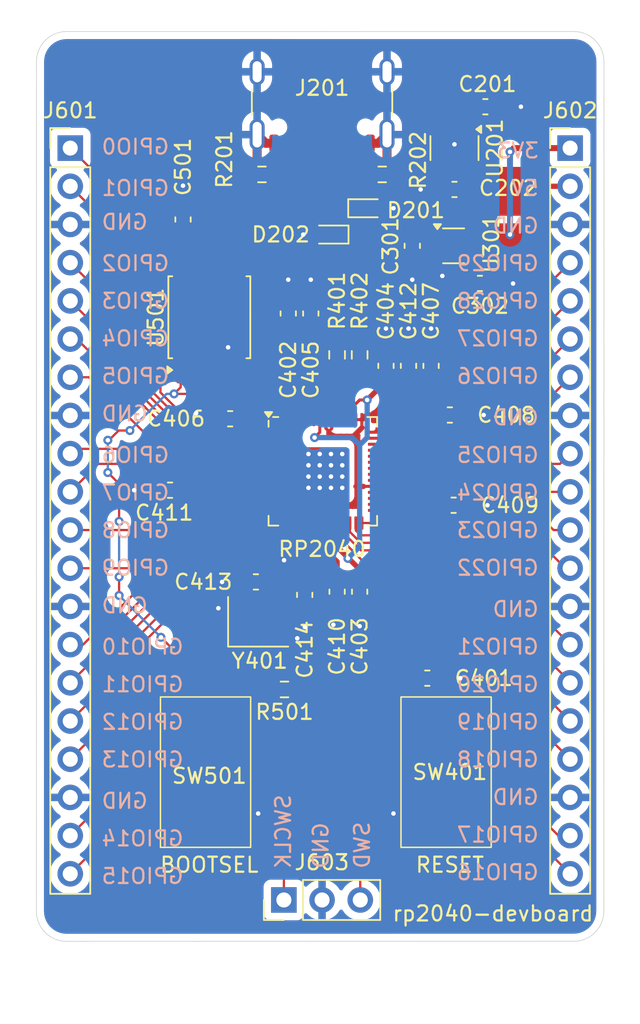
<source format=kicad_pcb>
(kicad_pcb (version 20240108) (generator "pcbnew") (generator_version "8.0")
  (title_block (title "rp2040-devboard") (rev "a"))
  (layers (0 "F.Cu" signal) (31 "B.Cu" signal) (34 "B.Paste" user) (35 "F.Paste" user) (36 "B.SilkS" user "B.Silkscreen") (37 "F.SilkS" user "F.Silkscreen") (38 "B.Mask" user) (39 "F.Mask" user) (44 "Edge.Cuts" user))
  (net 0 "")
  (net 1 "+5V")
  (net 2 "GND")
  (net 3 "+3V3")
  (net 4 "/rp2040/RUN")
  (net 5 "+1V1")
  (net 6 "/rp2040/XIN")
  (net 7 "/rp2040/XOUT")
  (net 8 "VBUS")
  (net 9 "Net-(J201-CC1)")
  (net 11 "Net-(J201-CC2)")
  (net 13 "/IO/GPIO4")
  (net 14 "/IO/GPIO8")
  (net 15 "/IO/GPIO9")
  (net 16 "/IO/GPIO13")
  (net 17 "/IO/GPIO6")
  (net 18 "/IO/GPIO11")
  (net 19 "/IO/GPIO7")
  (net 20 "/IO/GPIO5")
  (net 21 "/IO/GPIO1")
  (net 22 "/IO/GPIO12")
  (net 23 "/IO/GPIO3")
  (net 24 "/IO/GPIO14")
  (net 25 "/IO/GPIO10")
  (net 26 "/IO/GPIO0")
  (net 27 "/IO/GPIO2")
  (net 28 "/IO/GPIO15")
  (net 29 "/IO/GPIO28_ADC2")
  (net 30 "/IO/GPIO25")
  (net 31 "/IO/GPIO22")
  (net 32 "/IO/GPIO16")
  (net 33 "/IO/GPIO29_ADC3")
  (net 34 "/IO/GPIO23")
  (net 35 "/IO/GPIO26_ADC0")
  (net 36 "/IO/GPIO19")
  (net 37 "/IO/GPIO21")
  (net 38 "/IO/GPIO27_ADC1")
  (net 39 "/IO/GPIO24")
  (net 40 "/IO/GPIO18")
  (net 41 "/IO/GPIO17")
  (net 42 "/IO/GPIO20")
  (net 43 "/IO/SWD")
  (net 44 "/IO/SWCLK")
  (net 45 "/Flash/QSPI_SS")
  (net 47 "/Flash/QSPI_SD3")
  (net 48 "/Flash/QSPI_SD0")
  (net 49 "/Flash/QSPI_SD1")
  (net 50 "/Flash/QSPI_SD2")
  (net 51 "/Flash/QSPI_SCLK")
  (net 53 "/USB/USB_D-")
  (net 54 "/USB/USB_D+")
  (net 55 "/rp2040/USB_TERM_D+")
  (net 56 "/rp2040/USB_TERM_D-")
  (footprint "Capacitor_SMD:C_0603_1608Metric_Pad1.08x0.95mm_HandSolder" (layer "F.Cu") (at 148.75 59 90)
    (property "Reference" "C501")
    (property "Value" "100n")
  )
  (footprint "Diode_SMD:D_SOD-523" (layer "F.Cu") (at 158.5 60 180)
    (property "Reference" "D202")
    (property "Value" "ESD321")
  )
  (footprint "Capacitor_SMD:C_0603_1608Metric_Pad1.08x0.95mm_HandSolder" (layer "F.Cu") (at 166.75 78)
    (property "Reference" "C409")
    (property "Value" "100n")
  )
  (footprint "Capacitor_SMD:C_0603_1608Metric_Pad1.08x0.95mm_HandSolder" (layer "F.Cu") (at 155.75 65.25 90)
    (property "Reference" "C402")
    (property "Value" "100n")
  )
  (footprint "Capacitor_SMD:C_0603_1608Metric_Pad1.08x0.95mm_HandSolder" (layer "F.Cu") (at 159 83.75 -90)
    (property "Reference" "C410")
    (property "Value" "100n")
  )
  (footprint "Capacitor_SMD:C_0603_1608Metric_Pad1.08x0.95mm_HandSolder" (layer "F.Cu") (at 165.25 68.731774 90)
    (property "Reference" "C407")
    (property "Value" "100n")
  )
  (footprint "Package_DFN_QFN:QFN-56-1EP_7x7mm_P0.4mm_EP3.2x3.2mm" (layer "F.Cu") (at 158.05 75.74375)
    (property "Reference" "U401" (hide yes))
    (property "Value" "RP2040")
  )
  (footprint "Capacitor_SMD:C_0603_1608Metric_Pad1.08x0.95mm_HandSolder" (layer "F.Cu") (at 162.25 68.73125 90)
    (property "Reference" "C404")
    (property "Value" "1u")
  )
  (footprint "Capacitor_SMD:C_0603_1608Metric_Pad1.08x0.95mm_HandSolder" (layer "F.Cu") (at 156.84375 83.9625 90)
    (property "Reference" "C414")
    (property "Value" "15p")
  )
  (footprint "Resistor_SMD:R_0603_1608Metric_Pad0.98x0.95mm_HandSolder" (layer "F.Cu") (at 159 68 -90)
    (property "Reference" "R401")
    (property "Value" "27R")
  )
  (footprint "Capacitor_SMD:C_0603_1608Metric_Pad1.08x0.95mm_HandSolder" (layer "F.Cu") (at 157.25 65.25 90)
    (property "Reference" "C405")
    (property "Value" "100n")
  )
  (footprint "Resistor_SMD:R_0603_1608Metric_Pad0.98x0.95mm_HandSolder" (layer "F.Cu") (at 154 56 180)
    (property "Reference" "R201")
    (property "Value" "5.1k 10%")
  )
  (footprint "Capacitor_SMD:C_0603_1608Metric_Pad1.08x0.95mm_HandSolder" (layer "F.Cu") (at 165 89.5 180)
    (property "Reference" "C401")
    (property "Value" "1u")
  )
  (footprint "Capacitor_SMD:C_0603_1608Metric_Pad1.08x0.95mm_HandSolder" (layer "F.Cu") (at 147.8875 77 180)
    (property "Reference" "C411")
    (property "Value" "100n")
  )
  (footprint "Capacitor_SMD:C_0603_1608Metric_Pad1.08x0.95mm_HandSolder" (layer "F.Cu") (at 163.75 68.729682 90)
    (property "Reference" "C412")
    (property "Value" "1u")
  )
  (footprint "Package_SO:SOIC-8_5.23x5.23mm_P1.27mm" (layer "F.Cu") (at 150.5 65.5 90)
    (property "Reference" "U501")
    (property "Value" "W25Q128JVS")
  )
  (footprint "Capacitor_SMD:C_0603_1608Metric_Pad1.08x0.95mm_HandSolder" (layer "F.Cu") (at 168.5 63.25)
    (property "Reference" "C302")
    (property "Value" "1u")
  )
  (footprint "Capacitor_SMD:C_0603_1608Metric_Pad1.08x0.95mm_HandSolder" (layer "F.Cu") (at 164 60.75 -90)
    (property "Reference" "C301")
    (property "Value" "1u")
  )
  (footprint "Connector_PinHeader_2.54mm:PinHeader_1x20_P2.54mm_Vertical" (layer "F.Cu") (at 141.25 54.25)
    (property "Reference" "J601")
    (property "Value" "Conn_01x20")
  )
  (footprint "Capacitor_SMD:C_0603_1608Metric_Pad1.08x0.95mm_HandSolder" (layer "F.Cu") (at 166.80625 57 180)
    (property "Reference" "C202")
    (property "Value" "1u")
  )
  (footprint "rp2040-devboard:SW_SPST_EVPBV" (layer "F.Cu") (at 166.25 95.75 90)
    (property "Reference" "SW401")
    (property "Value" "SW_Push")
  )
  (footprint "Crystal:Crystal_SMD_3225-4Pin_3.2x2.5mm" (layer "F.Cu") (at 153.75 85.75)
    (property "Reference" "Y401")
    (property "Value" "ABM8-272-T3")
  )
  (footprint "Connector_PinHeader_2.54mm:PinHeader_1x20_P2.54mm_Vertical" (layer "F.Cu") (at 174.5 54.25)
    (property "Reference" "J602")
    (property "Value" "Conn_01x20")
  )
  (footprint "Resistor_SMD:R_0603_1608Metric_Pad0.98x0.95mm_HandSolder" (layer "F.Cu") (at 155.5 90.25 180)
    (property "Reference" "R501")
    (property "Value" "DNF")
  )
  (footprint "Diode_SMD:D_SOD-523" (layer "F.Cu") (at 161 58.25)
    (property "Reference" "D201")
    (property "Value" "ESD321")
  )
  (footprint "Capacitor_SMD:C_0603_1608Metric_Pad1.08x0.95mm_HandSolder" (layer "F.Cu") (at 168.8625 51.5)
    (property "Reference" "C201")
    (property "Value" "1u")
  )
  (footprint "Capacitor_SMD:C_0603_1608Metric_Pad1.08x0.95mm_HandSolder" (layer "F.Cu") (at 160.5 83.75 -90)
    (property "Reference" "C403")
    (property "Value" "100n")
  )
  (footprint "Connector_USB:USB_C_Receptacle_GCT_USB4105-xx-A_16P_TopMnt_Horizontal" (layer "F.Cu") (at 158 50.25 180)
    (property "Reference" "J201")
    (property "Value" "USB_C_Receptacle_USB2.0_16P")
  )
  (footprint "Package_SO:TSOP-5_1.65x3.05mm_P0.95mm" (layer "F.Cu") (at 166.80625 54.25 -90)
    (property "Reference" "U201")
    (property "Value" "NCP360SN")
  )
  (footprint "Capacitor_SMD:C_0603_1608Metric_Pad1.08x0.95mm_HandSolder" (layer "F.Cu") (at 153.6 83.1)
    (property "Reference" "C413")
    (property "Value" "15p")
  )
  (footprint "Connector_PinHeader_2.54mm:PinHeader_1x03_P2.54mm_Vertical" (layer "F.Cu") (at 155.46 104.25 90)
    (property "Reference" "J603")
    (property "Value" "Conn_01x03")
  )
  (footprint "Resistor_SMD:R_0603_1608Metric_Pad0.98x0.95mm_HandSolder" (layer "F.Cu") (at 160.5 68.001457 -90)
    (property "Reference" "R402")
    (property "Value" "27R")
  )
  (footprint "Resistor_SMD:R_0603_1608Metric_Pad0.98x0.95mm_HandSolder" (layer "F.Cu") (at 162 56)
    (property "Reference" "R202")
    (property "Value" "5.1k 10%")
  )
  (footprint "rp2040-devboard:SW_SPST_EVPBV" (layer "F.Cu") (at 150.25 95.75 -90)
    (property "Reference" "SW501")
    (property "Value" "SW_Push")
  )
  (footprint "Capacitor_SMD:C_0603_1608Metric_Pad1.08x0.95mm_HandSolder" (layer "F.Cu") (at 166.5 72)
    (property "Reference" "C408")
    (property "Value" "100n")
  )
  (footprint "Package_TO_SOT_SMD:SOT-353_SC-70-5" (layer "F.Cu") (at 166.75 60.75)
    (property "Reference" "U301")
    (property "Value" "TC1017-xLT")
  )
  (footprint "Capacitor_SMD:C_0603_1608Metric_Pad1.08x0.95mm_HandSolder" (layer "F.Cu") (at 151.8875 72.25 180)
    (property "Reference" "C406")
    (property "Value" "100n")
  )
  (gr_arc (start 141 107) (mid 139.585786 106.414214) (end 139 105) (stroke (width 0.05)) (layer "Edge.Cuts"))
  (gr_line (start 141 107) (end 174.74788 106.993615) (stroke (width 0.05)) (layer "Edge.Cuts"))
  (gr_line (start 139.006329 48.498004) (end 139 105) (stroke (width 0.05)) (layer "Edge.Cuts"))
  (gr_line (start 174.75 46.5) (end 141.006329 46.498004) (stroke (width 0.05)) (layer "Edge.Cuts"))
  (gr_line (start 176.74561 105) (end 176.75 48.5) (stroke (width 0.05)) (layer "Edge.Cuts"))
  (gr_arc (start 176.740565 104.996034) (mid 176.154779 106.410248) (end 174.740565 106.996034) (stroke (width 0.05)) (layer "Edge.Cuts"))
  (gr_arc (start 174.75 46.5) (mid 176.164214 47.085786) (end 176.75 48.5) (stroke (width 0.05)) (layer "Edge.Cuts"))
  (gr_arc (start 139.006329 48.498004) (mid 139.592115 47.08379) (end 141.006329 46.498004) (stroke (width 0.05)) (layer "Edge.Cuts"))
  (gr_text "GPIO21" (at 172.5 88 0) (layer "B.SilkS") (effects (font (size 1 1)) (justify left bottom mirror)))
  (gr_text "GPIO25" (at 172.5 75.25 0) (layer "B.SilkS") (effects (font (size 1 1)) (justify left bottom mirror)))
  (gr_text "GND" (at 143.25 72.5 0) (layer "B.SilkS") (effects (font (size 1 1)) (justify right bottom mirror)))
  (gr_text "SWD" (at 161.25 102.25 90) (layer "B.SilkS") (effects (font (size 1 1)) (justify right bottom mirror)))
  (gr_text "GPIO26" (at 172.5 70 0) (layer "B.SilkS") (effects (font (size 1 1)) (justify left bottom mirror)))
  (gr_text "GPIO2" (at 143.25 62.5 0) (layer "B.SilkS") (effects (font (size 1 1)) (justify right bottom mirror)))
  (gr_text "GND" (at 172.5 98 0) (layer "B.SilkS") (effects (font (size 1 1)) (justify left bottom mirror)))
  (gr_text "GND" (at 172.5 85.5 0) (layer "B.SilkS") (effects (font (size 1 1)) (justify left bottom mirror)))
  (gr_text "GPIO7" (at 143.25 77.75 0) (layer "B.SilkS") (effects (font (size 1 1)) (justify right bottom mirror)))
  (gr_text "GPIO0" (at 143.25 54.75 0) (layer "B.SilkS") (effects (font (size 1 1)) (justify right bottom mirror)))
  (gr_text "GND" (at 143.25 98.25 0) (layer "B.SilkS") (effects (font (size 1 1)) (justify right bottom mirror)))
  (gr_text "GPIO27" (at 172.5 67.5 0) (layer "B.SilkS") (effects (font (size 1 1)) (justify left bottom mirror)))
  (gr_text "GPIO9" (at 143.25 82.75 0) (layer "B.SilkS") (effects (font (size 1 1)) (justify right bottom mirror)))
  (gr_text "GND" (at 143.25 85.25 0) (layer "B.SilkS") (effects (font (size 1 1)) (justify right bottom mirror)))
  (gr_text "GPIO1" (at 143.25 57.5 0) (layer "B.SilkS") (effects (font (size 1 1)) (justify right bottom mirror)))
  (gr_text "GPIO22" (at 172.5 82.75 0) (layer "B.SilkS") (effects (font (size 1 1)) (justify left bottom mirror)))
  (gr_text "GPIO29" (at 172.5 62.5 0) (layer "B.SilkS") (effects (font (size 1 1)) (justify left bottom mirror)))
  (gr_text "GND" (at 172.5 60 0) (layer "B.SilkS") (effects (font (size 1 1)) (justify left bottom mirror)))
  (gr_text "5V" (at 172.5 57.5 0) (layer "B.SilkS") (effects (font (size 1 1)) (justify left bottom mirror)))
  (gr_text "GPIO19" (at 172.5 93 0) (layer "B.SilkS") (effects (font (size 1 1)) (justify left bottom mirror)))
  (gr_text "GPIO5" (at 143.25 70 0) (layer "B.SilkS") (effects (font (size 1 1)) (justify right bottom mirror)))
  (gr_text "3V3" (at 172.5 55 0) (layer "B.SilkS") (effects (font (size 1 1)) (justify left bottom mirror)))
  (gr_text "GPIO20" (at 172.5 90.5 0) (layer "B.SilkS") (effects (font (size 1 1)) (justify left bottom mirror)))
  (gr_text "GPIO3" (at 143.25 65 0) (layer "B.SilkS") (effects (font (size 1 1)) (justify right bottom mirror)))
  (gr_text "GPIO11" (at 143.25 90.5 0) (layer "B.SilkS") (effects (font (size 1 1)) (justify right bottom mirror)))
  (gr_text "GPIO18" (at 172.5 95.5 0) (layer "B.SilkS") (effects (font (size 1 1)) (justify left bottom mirror)))
  (gr_text "GPIO15" (at 143.25 103.25 0) (layer "B.SilkS") (effects (font (size 1 1)) (justify right bottom mirror)))
  (gr_text "GND" (at 158.5 102.25 90) (layer "B.SilkS") (effects (font (size 1 1)) (justify right bottom mirror)))
  (gr_text "GPIO14" (at 143.25 100.75 0) (layer "B.SilkS") (effects (font (size 1 1)) (justify right bottom mirror)))
  (gr_text "SWCLK" (at 156 102.25 90) (layer "B.SilkS") (effects (font (size 1 1)) (justify right bottom mirror)))
  (gr_text "GPIO23" (at 172.5 80.25 0) (layer "B.SilkS") (effects (font (size 1 1)) (justify left bottom mirror)))
  (gr_text "GND" (at 143.25 59.75 0) (layer "B.SilkS") (effects (font (size 1 1)) (justify right bottom mirror)))
  (gr_text "GPIO4" (at 143.25 67.5 0) (layer "B.SilkS") (effects (font (size 1 1)) (justify right bottom mirror)))
  (gr_text "GPIO6" (at 143.25 75.25 0) (layer "B.SilkS") (effects (font (size 1 1)) (justify right bottom mirror)))
  (gr_text "GPIO8" (at 143.25 80.25 0) (layer "B.SilkS") (effects (font (size 1 1)) (justify right bottom mirror)))
  (gr_text "GPIO17" (at 172.5 100.5 0) (layer "B.SilkS") (effects (font (size 1 1)) (justify left bottom mirror)))
  (gr_text "GPIO28" (at 172.5 65 0) (layer "B.SilkS") (effects (font (size 1 1)) (justify left bottom mirror)))
  (gr_text "GPIO10" (at 143.25 88 0) (layer "B.SilkS") (effects (font (size 1 1)) (justify right bottom mirror)))
  (gr_text "GPIO13" (at 143.25 95.5 0) (layer "B.SilkS") (effects (font (size 1 1)) (justify right bottom mirror)))
  (gr_text "GPIO12" (at 143.25 93 0) (layer "B.SilkS") (effects (font (size 1 1)) (justify right bottom mirror)))
  (gr_text "GND" (at 172.5 72.75 0) (layer "B.SilkS") (effects (font (size 1 1)) (justify left bottom mirror)))
  (gr_text "GPIO16" (at 172.5 103 0) (layer "B.SilkS") (effects (font (size 1 1)) (justify left bottom mirror)))
  (gr_text "GPIO24" (at 172.5 77.75 0) (layer "B.SilkS") (effects (font (size 1 1)) (justify left bottom mirror)))
  (gr_text "RP2040" (at 155 81.5 0) (layer "F.SilkS") (effects (font (size 1 1)) (justify left bottom)))
  (gr_text "rp2040-devboard" (at 162.599406 105.740652 0) (layer "F.SilkS") (effects (font (size 1 1)) (justify left bottom)))
  (gr_text "BOOTSEL" (at 150.5 102.5 0) (layer "F.SilkS") (effects (font (size 1 1)) (justify bottom)))
  (gr_text "RESET" (at 166.5 102.5 0) (layer "F.SilkS") (effects (font (size 1 1)) (justify bottom)))
  (segment (start 165.8 60.1) (end 167.7 60.1) (width 0.35) (layer "F.Cu") (net 1))
  (segment (start 174.5 56.79) (end 172.29 56.79) (width 0.35) (layer "F.Cu") (net 1))
  (segment (start 172.29 56.79) (end 172.25 56.75) (width 0.35) (layer "F.Cu") (net 1))
  (segment (start 167.66875 60.06875) (end 167.7 60.1) (width 0.35) (layer "F.Cu") (net 1))
  (segment (start 165.8 60.1) (end 164.2125 60.1) (width 0.35) (layer "F.Cu") (net 1))
  (segment (start 164.2125 60.1) (end 164 59.8875) (width 0.35) (layer "F.Cu") (net 1))
  (segment (start 153.68 55.4075) (end 153.0875 56) (width 0.6) (layer "F.Cu") (net 2))
  (segment (start 155.473428 81.656398) (end 157.05 80.079826) (width 0.2) (layer "F.Cu") (net 2))
  (segment (start 153.5925 49.0875) (end 153.68 49.175) (width 0.6) (layer "F.Cu") (net 2))
  (segment (start 156.84375 84.825) (end 156.84375 86.09375) (width 0.6) (layer "F.Cu") (net 2))
  (segment (start 165.8 61.4) (end 165.8 61.863192) (width 0.35) (layer "F.Cu") (net 2))
  (segment (start 151.75 67.5) (end 152.405 68.155) (width 0.6) (layer "F.Cu") (net 2))
  (segment (start 153.68 53.355) (end 153.68 55.4075) (width 0.6) (layer "F.Cu") (net 2))
  (segment (start 150 72.25) (end 151.025 72.25) (width 0.6) (layer "F.Cu") (net 2))
  (segment (start 154.8 53.93) (end 154.255 53.93) (width 0.6) (layer "F.Cu") (net 2))
  (segment (start 155.75 63) (end 155.75 64.3875) (width 0.6) (layer "F.Cu") (net 2))
  (segment (start 157.05 80.079826) (end 157.05 79.18125) (width 0.2) (layer "F.Cu") (net 2))
  (segment (start 151.15 84.9) (end 152.65 84.9) (width 0.6) (layer "F.Cu") (net 2))
  (segment (start 155.473427 81.656398) (end 155.473428 81.656398) (width 0.6) (layer "F.Cu") (net 2))
  (segment (start 154.255 53.93) (end 153.68 53.355) (width 0.6) (layer "F.Cu") (net 2))
  (segment (start 167.6125 78) (end 169 78) (width 0.6) (layer "F.Cu") (net 2))
  (segment (start 153.625 98.625) (end 152.25 98.625) (width 0.6) (layer "F.Cu") (net 2))
  (segment (start 162.32 53.355) (end 162.32 55.4075) (width 0.6) (layer "F.Cu") (net 2))
  (segment (start 165.8 61.866596) (end 165.801702 61.864894) (width 0.6) (layer "F.Cu") (net 2))
  (segment (start 161.745 53.93) (end 162.32 53.355) (width 0.6) (layer "F.Cu") (net 2))
  (segment (start 154.85 86.6) (end 156.1 86.6) (width 0.6) (layer "F.Cu") (net 2))
  (segment (start 169.725 51.5) (end 171.225 51.5) (width 0.6) (layer "F.Cu") (net 2))
  (segment (start 152.7375 83.1) (end 151.35 83.1) (width 0.6) (layer "F.Cu") (net 2))
  (segment (start 153.75 98.5) (end 153.625 98.625) (width 0.6) (layer "F.Cu") (net 2))
  (segment (start 165.25 67.869274) (end 165.25 66.25) (width 0.6) (layer "F.Cu") (net 2))
  (segment (start 160.5 86.04375) (end 160.5 84.6125) (width 0.6) (layer "F.Cu") (net 2))
  (segment (start 158.75 85.95) (end 159 85.7) (width 0.6) (layer "F.Cu") (net 2))
  (segment (start 162.75 98.5) (end 162.875 98.625) (width 0.6) (layer "F.Cu") (net 2))
  (segment (start 156.1 86.6) (end 156.35 86.85) (width 0.6) (layer "F.Cu") (net 2))
  (segment (start 164 63) (end 164 61.6125) (width 0.6) (layer "F.Cu") (net 2))
  (segment (start 165.8 62.55) (end 166 62.75) (width 0.6) (layer "F.Cu") (net 2))
  (segment (start 151.1 84.85) (end 151.15 84.9) (width 0.6) (layer "F.Cu") (net 2))
  (segment (start 159 85.7) (end 159 84.6125) (width 0.6) (layer "F.Cu") (net 2))
  (segment (start 166.80625 54) (end 166.80625 53.09) (width 0.6) (layer "F.Cu") (net 2))
  (segment (start 156.75 60) (end 157.8 60) (width 0.6) (layer "F.Cu") (net 2))
  (segment (start 157.25 63) (end 157.25 64.3875) (width 0.6) (layer "F.Cu") (net 2))
  (segment (start 162.25 67.86875) (end 162.25 66.25) (width 0.6) (layer "F.Cu") (net 2))
  (segment (start 166.80625 53.09) (end 165.85625 53.09) (width 0.6) (layer "F.Cu") (net 2))
  (segment (start 152.405 68.155) (end 152.405 69.1) (width 0.6) (layer "F.Cu") (net 2))
  (segment (start 168.75 72) (end 167.3625 72) (width 0.6) (layer "F.Cu") (net 2))
  (segment (start 170.703257 63.255428) (end 169.367928 63.255428) (width 0.6) (layer "F.Cu") (net 2))
  (segment (start 165.8 61.863192) (end 165.801702 61.864894) (width 0.35) (layer "F.Cu") (net 2))
  (segment (start 165.94375 57) (end 164.55625 57) (width 0.6) (layer "F.Cu") (net 2))
  (segment (start 169.367928 63.255428) (end 169.3625 63.25) (width 0.6) (layer "F.Cu") (net 2))
  (segment (start 162.75 58.25) (end 161.7 58.25) (width 0.6) (layer "F.Cu") (net 2))
  (segment (start 163.75 67.867182) (end 163.75 66.25) (width 0.6) (layer "F.Cu") (net 2))
  (segment (start 162.32 55.4075) (end 162.9125 56) (width 0.6) (layer "F.Cu") (net 2))
  (segment (start 167.19375 89.5) (end 165.80625 89.5) (width 0.6) (layer "F.Cu") (net 2))
  (segment (start 165.8 62.55) (end 165.8 61.866596) (width 0.6) (layer "F.Cu") (net 2))
  (segment (start 156.99375 85.99375) (end 157 86) (width 0.6) (layer "F.Cu") (net 2))
  (segment (start 148.75 56.75) (end 148.75 58.1375) (width 0.6) (layer "F.Cu") (net 2))
  (segment (start 161.2 53.93) (end 161.745 53.93) (width 0.6) (layer "F.Cu") (net 2))
  (segment (start 145.5 77) (end 147.025 77) (width 0.6) (layer "F.Cu") (net 2))
  (segment (start 149.625 71.875) (end 150 72.25) (width 0.6) (layer "F.Cu") (net 2))
  (segment (start 162.875 98.625) (end 164.25 98.625) (width 0.6) (layer "F.Cu") (net 2))
  (via (at 153.75 98.5) (size 0.6) (drill 0.3) (layers "F.Cu" "B.Cu") (net 2))
  (via (at 166.80625 54) (size 0.6) (drill 0.3) (layers "F.Cu" "B.Cu") (net 2))
  (via (at 149.625 71.875) (size 0.6) (drill 0.3) (layers "F.Cu" "B.Cu") (net 2))
  (via (at 157.84375 76.09375) (size 0.6) (drill 0.3) (layers "F.Cu" "B.Cu") (net 2))
  (via (at 156.35 86.85) (size 0.6) (drill 0.3) (layers "F.Cu" "B.Cu") (net 2))
  (via (at 157.09375 76.84375) (size 0.6) (drill 0.3) (layers "F.Cu" "B.Cu") (net 2))
  (via (at 167.19375 89.5) (size 0.6) (drill 0.3) (layers "F.Cu" "B.Cu") (net 2))
  (via (at 170.703257 63.255428) (size 0.6) (drill 0.3) (layers "F.Cu" "B.Cu") (net 2))
  (via (at 169 78) (size 0.6) (drill 0.3) (layers "F.Cu" "B.Cu") (net 2))
  (via (at 156.85 86.1) (size 0.6) (drill 0.3) (layers "F.Cu" "B.Cu") (net 2))
  (via (at 159.34375 75.34375) (size 0.6) (drill 0.3) (layers "F.Cu" "B.Cu") (net 2))
  (via (at 157.09375 76.09375) (size 0.6) (drill 0.3) (layers "F.Cu" "B.Cu") (net 2))
  (via (at 162.75 98.5) (size 0.6) (drill 0.3) (layers "F.Cu" "B.Cu") (net 2))
  (via (at 165.25 66.25) (size 0.6) (drill 0.3) (layers "F.Cu" "B.Cu") (net 2))
  (via (at 157.84375 74.59375) (size 0.6) (drill 0.3) (layers "F.Cu" "B.Cu") (net 2))
  (via (at 162.25 66.25) (size 0.6) (drill 0.3) (layers "F.Cu" "B.Cu") (net 2))
  (via (at 160.5 86.04375) (size 0.6) (drill 0.3) (layers "F.Cu" "B.Cu") (net 2))
  (via (at 158.59375 76.09375) (size 0.6) (drill 0.3) (layers "F.Cu" "B.Cu") (net 2))
  (via (at 157.25 63) (size 0.6) (drill 0.3) (layers "F.Cu" "B.Cu") (net 2))
  (via (at 157.84375 76.84375) (size 0.6) (drill 0.3) (layers "F.Cu" "B.Cu") (net 2))
  (via (at 145.5 77) (size 0.6) (drill 0.3) (layers "F.Cu" "B.Cu") (net 2))
  (via (at 156.75 60) (size 0.6) (drill 0.3) (layers "F.Cu" "B.Cu") (net 2))
  (via (at 164 63) (size 0.6) (drill 0.3) (layers "F.Cu" "B.Cu") (net 2))
  (via (at 158.75 85.95) (size 0.6) (drill 0.3) (layers "F.Cu" "B.Cu") (net 2))
  (via (at 158.59375 74.59375) (size 0.6) (drill 0.3) (layers "F.Cu" "B.Cu") (net 2))
  (via (at 151.35 83.1) (size 0.6) (drill 0.3) (layers "F.Cu" "B.Cu") (net 2))
  (via (at 157.09375 74.59375) (size 0.6) (drill 0.3) (layers "F.Cu" "B.Cu") (net 2))
  (via (at 158.59375 75.34375) (size 0.6) (drill 0.3) (layers "F.Cu" "B.Cu") (net 2))
  (via (at 157.09375 75.34375) (size 0.6) (drill 0.3) (layers "F.Cu" "B.Cu") (net 2))
  (via (at 151.1 84.85) (size 0.6) (drill 0.3) (layers "F.Cu" "B.Cu") (net 2))
  (via (at 148.75 56.75) (size 0.6) (drill 0.3) (layers "F.Cu" "B.Cu") (net 2))
  (via (at 168.75 72) (size 0.6) (drill 0.3) (layers "F.Cu" "B.Cu") (net 2))
  (via (at 171.225 51.5) (size 0.6) (drill 0.3) (layers "F.Cu" "B.Cu") (net 2))
  (via (at 162.75 58.25) (size 0.6) (drill 0.3) (layers "F.Cu" "B.Cu") (net 2))
  (via (at 159.34375 74.59375) (size 0.6) (drill 0.3) (layers "F.Cu" "B.Cu") (net 2))
  (via (at 159.34375 76.84375) (size 0.6) (drill 0.3) (layers "F.Cu" "B.Cu") (net 2))
  (via (at 155.473427 81.656398) (size 0.6) (drill 0.3) (layers "F.Cu" "B.Cu") (net 2))
  (via (at 163.75 66.25) (size 0.6) (drill 0.3) (layers "F.Cu" "B.Cu") (net 2))
  (via (at 155.75 63) (size 0.6) (drill 0.3) (layers "F.Cu" "B.Cu") (net 2))
  (via (at 166 62.75) (size 0.6) (drill 0.3) (layers "F.Cu" "B.Cu") (net 2))
  (via (at 157.84375 75.34375) (size 0.6) (drill 0.3) (layers "F.Cu" "B.Cu") (net 2))
  (via (at 151.75 67.5) (size 0.6) (drill 0.3) (layers "F.Cu" "B.Cu") (net 2))
  (via (at 159.34375 76.09375) (size 0.6) (drill 0.3) (layers "F.Cu" "B.Cu") (net 2))
  (via (at 164.55625 57) (size 0.6) (drill 0.3) (layers "F.Cu" "B.Cu") (net 2))
  (via (at 158.59375 76.84375) (size 0.6) (drill 0.3) (layers "F.Cu" "B.Cu") (net 2))
  (segment (start 153.71875 72.25) (end 154.6125 73.14375) (width 0.2) (layer "F.Cu") (net 3))
  (segment (start 158 86) (end 158 88.6625) (width 0.35) (layer "F.Cu") (net 3))
  (segment (start 158.65 70.9) (end 158.65 72.30625) (width 0.2) (layer "F.Cu") (net 3))
  (segment (start 160.75625 76.74375) (end 160.75 76.75) (width 0.15) (layer "F.Cu") (net 3))
  (segment (start 158.25 78.25) (end 158 78) (width 0.2) (layer "F.Cu") (net 3))
  (segment (start 158.453754 73.08814) (end 158.65 72.891894) (width 0.2) (layer "F.Cu") (net 3))
  (segment (start 158.65 72.891894) (end 158.65 72.30625) (width 0.2) (layer "F.Cu") (net 3))
  (segment (start 148.595 61.9) (end 148.595 60.0175) (width 0.35) (layer "F.Cu") (net 3))
  (segment (start 154.6125 73.14375) (end 155.39375 73.14375) (width 0.2) (layer "F.Cu") (net 3))
  (segment (start 159 81.75) (end 158.25 81) (width 0.35) (layer "F.Cu") (net 3))
  (segment (start 157.25 66.1125) (end 157.3875 66.1125) (width 0.35) (layer "F.Cu") (net 3))
  (segment (start 158.45 70.7) (end 158.45 70.45) (width 0.35) (layer "F.Cu") (net 3))
  (segment (start 167.7 63.1875) (end 167.6375 63.25) (width 0.35) (layer "F.Cu") (net 3))
  (segment (start 152.75625 76.74375) (end 152.5 77) (width 0.2) (layer "F.Cu") (net 3))
  (segment (start 158 83.8875) (end 158 86) (width 0.15) (layer "F.Cu") (net 3))
  (segment (start 158.25 72.30625) (end 158.25 72.884386) (width 0.2) (layer "F.Cu") (net 3))
  (segment (start 170.75 54.25) (end 174.5 54.25) (width 0.4) (layer "F.Cu") (net 3))
  (segment (start 158.45 70.45) (end 157.25 69.25) (width 0.35) (layer "F.Cu") (net 3))
  (segment (start 161.4875 76.74375) (end 160.75625 76.74375) (width 0.2) (layer "F.Cu") (net 3))
  (segment (start 160.65 72.85) (end 160 73.5) (width 0.35) (layer "F.Cu") (net 3))
  (segment (start 158.25 72.884386) (end 158.453754 73.08814) (width 0.2) (layer "F.Cu") (net 3))
  (segment (start 160.95625 72) (end 161.5 72) (width 0.35) (layer "F.Cu") (net 3))
  (segment (start 154.6125 76.74375) (end 155.24375 76.74375) (width 0.2) (layer "F.Cu") (net 3))
  (segment (start 161.4875 73.14375) (end 161.730381 72.900868) (width 0.2) (layer "F.Cu") (net 3))
  (segment (start 155.25 76.75) (end 155.75 76.75) (width 0.35) (layer "F.Cu") (net 3))
  (segment (start 152.75 72.25) (end 153.71875 72.25) (width 0.35) (layer "F.Cu") (net 3))
  (segment (start 162 72.63125) (end 162 72) (width 0.35) (layer "F.Cu") (net 3))
  (segment (start 149.6125 59) (end 148.75 59.8625) (width 0.35) (layer "F.Cu") (net 3))
  (segment (start 160.65 72.30625) (end 160.65 72.85) (width 0.2) (layer "F.Cu") (net 3))
  (segment (start 148.595 60.0175) (end 148.75 59.8625) (width 0.35) (layer "F.Cu") (net 3))
  (segment (start 158 88.6625) (end 156.4125 90.25) (width 0.35) (layer "F.Cu") (net 3))
  (segment (start 160.65 72.30625) (end 160.95625 72) (width 0.35) (layer "F.Cu") (net 3))
  (segment (start 157.3875 66.1125) (end 158.5 65) (width 0.35) (layer "F.Cu") (net 3))
  (segment (start 165.8875 78) (end 164.45 78) (width 0.35) (layer "F.Cu") (net 3))
  (segment (start 152.5 77) (end 148.75 77) (width 0.35) (layer "F.Cu") (net 3))
  (segment (start 158.5 63) (end 154.5 59) (width 0.35) (layer "F.Cu") (net 3))
  (segment (start 154.5 59) (end 149.6125 59) (width 0.35) (layer "F.Cu") (net 3))
  (segment (start 160.75 76.75) (end 160.25 76.75) (width 0.35) (layer "F.Cu") (net 3))
  (segment (start 167.7 61.4) (end 167.7 63.1875) (width 0.4) (layer "F.Cu") (net 3))
  (segment (start 154.6125 76.74375) (end 152.75625 76.74375) (width 0.2) (layer "F.Cu") (net 3))
  (segment (start 159 82.8875) (end 159 81.75) (width 0.35) (layer "F.Cu") (net 3))
  (segment (start 160.65 72.30625) (end 160.25 72.30625) (width 0.2) (layer "F.Cu") (net 3))
  (segment (start 158.5 65) (end 158.5 63) (width 0.35) (layer "F.Cu") (net 3))
  (segment (start 170.5 54.5) (end 170.75 54.25) (width 0.4) (layer "F.Cu") (net 3))
  (segment (start 161.4875 76.74375) (end 163.24375 76.74375) (width 0.2) (layer "F.Cu") (net 3))
  (segment (start 161.730382 72.900868) (end 161.730381 72.900868) (width 0.35) (layer "F.Cu") (net 3))
  (segment (start 158 83.8875) (end 159 82.8875) (width 0.15) (layer "F.Cu") (net 3))
  (segment (start 158.25 72.30625) (end 158.25 70.9) (width 0.2) (layer "F.Cu") (net 3))
  (segment (start 155.39375 73.14375) (end 155.75 73.5) (width 0.35) (layer "F.Cu") (net 3))
  (segment (start 157.25 69.25) (end 157.25 66.1125) (width 0.35) (layer "F.Cu") (net 3))
  (segment (start 158.25 79.18125) (end 158.25 81) (width 0.2) (layer "F.Cu") (net 3))
  (segment (start 162 72.63125) (end 161.730382 72.900868) (width 0.35) (layer "F.Cu") (net 3))
  (segment (start 158.45 70.7) (end 158.65 70.9) (width 0.2) (layer "F.Cu") (net 3))
  (segment (start 164.45 78) (end 163.24375 76.79375) (width 0.35) (layer "F.Cu") (net 3))
  (segment (start 158.25 79.18125) (end 158.25 78.25) (width 0.2) (layer "F.Cu") (net 3))
  (segment (start 155.24375 76.74375) (end 155.25 76.75) (width 0.15) (layer "F.Cu") (net 3))
  (segment (start 158.45 70.7) (end 158.25 70.9) (width 0.2) (layer "F.Cu") (net 3))
  (segment (start 158.453754 73.08814) (end 158.453754 73.281565) (width 0.35) (layer "F.Cu") (net 3))
  (via (at 170.5 60) (size 0.6) (drill 0.3) (layers "F.Cu" "B.Cu") (net 3))
  (via (at 170.5 54.5) (size 0.6) (drill 0.3) (layers "F.Cu" "B.Cu") (net 3))
  (segment (start 170.5 54.5) (end 170.5 60) (width 0.4) (layer "B.Cu") (net 3))
  (segment (start 159.85 79.18125) (end 159.85 79.774731) (width 0.15) (layer "F.Cu") (net 4))
  (segment (start 164.1375 89.5) (end 164.1375 89.6125) (width 0.15) (layer "F.Cu") (net 4))
  (segment (start 164.25 89.725) (end 164.25 92.875) (width 0.15) (layer "F.Cu") (net 4))
  (segment (start 159.85 79.774731) (end 160.575269 80.5) (width 0.15) (layer "F.Cu") (net 4))
  (segment (start 160.575269 80.5) (end 161.259434 80.5) (width 0.15) (layer "F.Cu") (net 4))
  (segment (start 164.1375 89.5) (end 164.1375 83.378066) (width 0.15) (layer "F.Cu") (net 4))
  (segment (start 161.259434 80.5) (end 163.879717 83.120283) (width 0.15) (layer "F.Cu") (net 4))
  (segment (start 164.1375 89.6125) (end 164.25 89.725) (width 0.15) (layer "F.Cu") (net 4))
  (segment (start 164.1375 83.378066) (end 163.879717 83.120283) (width 0.15) (layer "F.Cu") (net 4))
  (segment (start 156.575106 69.261933) (end 156.575106 69.352924) (width 0.35) (layer "F.Cu") (net 5))
  (segment (start 157.85 72.30625) (end 157.85 73.15) (width 0.2) (layer "F.Cu") (net 5))
  (segment (start 156.575106 69.261933) (end 155.75 68.436827) (width 0.35) (layer "F.Cu") (net 5))
  (segment (start 159.71836 81.531533) (end 159.71836 81.48711) (width 0.35) (layer "F.Cu") (net 5))
  (segment (start 159.85 71.65) (end 160.5 71) (width 0.2) (layer "F.Cu") (net 5))
  (segment (start 159.71836 81.48711) (end 158.725 80.49375) (width 0.35) (layer "F.Cu") (net 5))
  (segment (start 159.71836 81.531533) (end 159.762783 81.531533) (width 0.35) (layer "F.Cu") (net 5))
  (segment (start 159.85 72.30625) (end 159.85 71.65) (width 0.2) (layer "F.Cu") (net 5))
  (segment (start 160.5 71) (end 161 71) (width 0.2) (layer "F.Cu") (net 5))
  (segment (start 156.575106 69.352924) (end 157.736091 70.513909) (width 0.35) (layer "F.Cu") (net 5))
  (segment (start 158.65 79.18125) (end 158.65 80.49375) (width 0.2) (layer "F.Cu") (net 5))
  (segment (start 157.85 73.15) (end 157.5 73.5) (width 0.2) (layer "F.Cu") (net 5))
  (segment (start 160.5 82.26875) (end 160.5 82.8875) (width 0.35) (layer "F.Cu") (net 5))
  (segment (start 155.75 68.436827) (end 155.75 66.1125) (width 0.35) (layer "F.Cu") (net 5))
  (segment (start 161 71) (end 162.25 69.75) (width 0.35) (layer "F.Cu") (net 5))
  (segment (start 159.762783 81.531533) (end 160.5 82.26875) (width 0.35) (layer "F.Cu") (net 5))
  (segment (start 157.85 72.30625) (end 157.85 70.6) (width 0.2) (layer "F.Cu") (net 5))
  (segment (start 162.25 69.75) (end 162.25 69.59375) (width 0.35) (layer "F.Cu") (net 5))
  (segment (start 157.85 70.6) (end 157.75 70.5) (width 0.2) (layer "F.Cu") (net 5))
  (via (at 161 71) (size 0.6) (drill 0.3) (layers "F.Cu" "B.Cu") (net 5))
  (via (at 157.5 73.5) (size 0.6) (drill 0.3) (layers "F.Cu" "B.Cu") (net 5))
  (via (at 159.71836 81.531533) (size 0.6) (drill 0.3) (layers "F.Cu" "B.Cu") (net 5))
  (segment (start 161 73.5) (end 161 71) (width 0.35) (layer "B.Cu") (net 5))
  (segment (start 160.5 74) (end 161 73.5) (width 0.35) (layer "B.Cu") (net 5))
  (segment (start 160 73.5) (end 157.5 73.5) (width 0.35) (layer "B.Cu") (net 5))
  (segment (start 160.5 74.5) (end 160.5 74) (width 0.35) (layer "B.Cu") (net 5))
  (segment (start 160.5 80.749893) (end 159.71836 81.531533) (width 0.35) (layer "B.Cu") (net 5))
  (segment (start 160.5 74.5) (end 160.5 80.749893) (width 0.35) (layer "B.Cu") (net 5))
  (segment (start 160.5 74) (end 160 73.5) (width 0.35) (layer "B.Cu") (net 5))
  (segment (start 153.625 85.725) (end 153.625 83.9375) (width 0.15) (layer "F.Cu") (net 6))
  (segment (start 154.4625 83.1) (end 154.9 83.1) (width 0.15) (layer "F.Cu") (net 6))
  (segment (start 152.75 86.6) (end 153.625 85.725) (width 0.15) (layer "F.Cu") (net 6))
  (segment (start 154.9 83.1) (end 156.75 81.25) (width 0.15) (layer "F.Cu") (net 6))
  (segment (start 156.75 81) (end 157.45 80.3) (width 0.15) (layer "F.Cu") (net 6))
  (segment (start 156.75 81.25) (end 156.75 81) (width 0.15) (layer "F.Cu") (net 6))
  (segment (start 152.65 86.6) (end 152.75 86.6) (width 0.15) (layer "F.Cu") (net 6))
  (segment (start 157.45 80.3) (end 157.45 79.18125) (width 0.15) (layer "F.Cu") (net 6))
  (segment (start 153.625 83.9375) (end 154.4625 83.1) (width 0.15) (layer "F.Cu") (net 6))
  (segment (start 157.85 79.18125) (end 157.85 80.527765) (width 0.15) (layer "F.Cu") (net 7))
  (segment (start 157.5 80.877765) (end 157.5 81.75) (width 0.15) (layer "F.Cu") (net 7))
  (segment (start 157.5 81.75) (end 156.84375 82.40625) (width 0.15) (layer "F.Cu") (net 7))
  (segment (start 156.84375 82.40625) (end 156.84375 83.1) (width 0.15) (layer "F.Cu") (net 7))
  (segment (start 155.04375 84.9) (end 154.85 84.9) (width 0.15) (layer "F.Cu") (net 7))
  (segment (start 156.84375 83.1) (end 155.04375 84.9) (width 0.15) (layer "F.Cu") (net 7))
  (segment (start 157.85 80.527765) (end 157.5 80.877765) (width 0.15) (layer "F.Cu") (net 7))
  (segment (start 160.4 53.4) (end 160.4 53.93) (width 0.15) (layer "F.Cu") (net 8))
  (segment (start 155.6 53.355001) (end 156.542121 52.41288) (width 0.15) (layer "F.Cu") (net 8))
  (segment (start 167.75 53.08375) (end 167.75625 53.09) (width 0.15) (layer "F.Cu") (net 8))
  (segment (start 159.41288 52.41288) (end 160.4 53.4) (width 0.15) (layer "F.Cu") (net 8))
  (segment (start 155.6 53.93) (end 155.6 53.355001) (width 0.15) (layer "F.Cu") (net 8))
  (segment (start 160.71259 56) (end 161.0875 56) (width 0.2) (layer "F.Cu") (net 9))
  (segment (start 159.25 53.93) (end 159.25 54.53741) (width 0.2) (layer "F.Cu") (net 9))
  (segment (start 159.25 54.53741) (end 160.71259 56) (width 0.2) (layer "F.Cu") (net 9))
  (segment (start 156.25 53.93) (end 156.25 54.6625) (width 0.2) (layer "F.Cu") (net 11))
  (segment (start 156.25 54.6625) (end 154.9125 56) (width 0.2) (layer "F.Cu") (net 11))
  (segment (start 149.888724 75.14375) (end 141.694974 66.95) (width 0.15) (layer "F.Cu") (net 13))
  (segment (start 154.6125 75.14375) (end 149.888724 75.14375) (width 0.15) (layer "F.Cu") (net 13))
  (segment (start 141.694974 66.95) (end 141.25 66.95) (width 0.15) (layer "F.Cu") (net 13))
  (segment (start 153 77.5) (end 150 77.5) (width 0.15) (layer "F.Cu") (net 14))
  (segment (start 154.6125 77.14375) (end 153.35625 77.14375) (width 0.15) (layer "F.Cu") (net 14))
  (segment (start 147.85 79.65) (end 141.25 79.65) (width 0.15) (layer "F.Cu") (net 14))
  (segment (start 153.35625 77.14375) (end 153 77.5) (width 0.15) (layer "F.Cu") (net 14))
  (segment (start 150 77.5) (end 147.85 79.65) (width 0.15) (layer "F.Cu") (net 14))
  (segment (start 150.5 78) (end 146.31 82.19) (width 0.15) (layer "F.Cu") (net 15))
  (segment (start 154.6125 77.54375) (end 153.70625 77.54375) (width 0.15) (layer "F.Cu") (net 15))
  (segment (start 146.31 82.19) (end 141.25 82.19) (width 0.15) (layer "F.Cu") (net 15))
  (segment (start 153.70625 77.54375) (end 153.25 78) (width 0.15) (layer "F.Cu") (net 15))
  (segment (start 153.25 78) (end 150.5 78) (width 0.15) (layer "F.Cu") (net 15))
  (segment (start 145.25 90.89) (end 141.25 94.89) (width 0.15) (layer "F.Cu") (net 16))
  (segment (start 155.85 79.18125) (end 155.85 79.679756) (width 0.15) (layer "F.Cu") (net 16))
  (segment (start 155.85 79.679756) (end 155.529756 80) (width 0.15) (layer "F.Cu") (net 16))
  (segment (start 155.529756 80) (end 151.75 80) (width 0.15) (layer "F.Cu") (net 16))
  (segment (start 145.25 86.5) (end 145.25 90.89) (width 0.15) (layer "F.Cu") (net 16))
  (segment (start 151.75 80) (end 145.25 86.5) (width 0.15) (layer "F.Cu") (net 16))
  (segment (start 147.994974 74.25) (end 141.57 74.25) (width 0.15) (layer "F.Cu") (net 17))
  (segment (start 154.6125 75.94375) (end 149.688724 75.94375) (width 0.15) (layer "F.Cu") (net 17))
  (segment (start 149.688724 75.94375) (end 147.994974 74.25) (width 0.15) (layer "F.Cu") (net 17))
  (segment (start 141.57 74.25) (end 141.25 74.57) (width 0.15) (layer "F.Cu") (net 17))
  (segment (start 141.25 89.81) (end 144.125 86.935) (width 0.15) (layer "F.Cu") (net 18))
  (segment (start 151.25 79) (end 153.95625 79) (width 0.15) (layer "F.Cu") (net 18))
  (segment (start 144.125 86.125) (end 151.25 79) (width 0.15) (layer "F.Cu") (net 18))
  (segment (start 144.125 86.935) (end 144.125 86.125) (width 0.15) (layer "F.Cu") (net 18))
  (segment (start 153.95625 79) (end 154.6125 78.34375) (width 0.15) (layer "F.Cu") (net 18))
  (segment (start 148.5 75.25) (end 143.11 75.25) (width 0.15) (layer "F.Cu") (net 19))
  (segment (start 149.59375 76.34375) (end 148.5 75.25) (width 0.15) (layer "F.Cu") (net 19))
  (segment (start 143.11 75.25) (end 141.25 77.11) (width 0.15) (layer "F.Cu") (net 19))
  (segment (start 154.6125 76.34375) (end 149.59375 76.34375) (width 0.15) (layer "F.Cu") (net 19))
  (segment (start 149.79375 75.54375) (end 147.75 73.5) (width 0.15) (layer "F.Cu") (net 20))
  (segment (start 142.49 69.49) (end 141.25 69.49) (width 0.15) (layer "F.Cu") (net 20))
  (segment (start 146.5 73.5) (end 142.49 69.49) (width 0.15) (layer "F.Cu") (net 20))
  (segment (start 154.6125 75.54375) (end 149.79375 75.54375) (width 0.15) (layer "F.Cu") (net 20))
  (segment (start 147.75 73.5) (end 146.5 73.5) (width 0.15) (layer "F.Cu") (net 20))
  (segment (start 146.5 70.244974) (end 146.5 62.04) (width 0.15) (layer "F.Cu") (net 21))
  (segment (start 146.5 62.04) (end 141.25 56.79) (width 0.15) (layer "F.Cu") (net 21))
  (segment (start 150.198776 73.94375) (end 146.5 70.244974) (width 0.15) (layer "F.Cu") (net 21))
  (segment (start 154.6125 73.94375) (end 150.198776 73.94375) (width 0.15) (layer "F.Cu") (net 21))
  (segment (start 144.75 88.85) (end 141.25 92.35) (width 0.15) (layer "F.Cu") (net 22))
  (segment (start 155.45 79.18125) (end 155.13125 79.5) (width 0.15) (layer "F.Cu") (net 22))
  (segment (start 144.75 86.25) (end 144.75 88.85) (width 0.15) (layer "F.Cu") (net 22))
  (segment (start 151.5 79.5) (end 144.75 86.25) (width 0.15) (layer "F.Cu") (net 22))
  (segment (start 155.13125 79.5) (end 151.5 79.5) (width 0.15) (layer "F.Cu") (net 22))
  (segment (start 154.6125 74.74375) (end 149.99375 74.74375) (width 0.15) (layer "F.Cu") (net 23))
  (segment (start 145 68.16) (end 141.25 64.41) (width 0.15) (layer "F.Cu") (net 23))
  (segment (start 149.05 73.784922) (end 145 69.734922) (width 0.15) (layer "F.Cu") (net 23))
  (segment (start 149.05 73.8) (end 149.05 73.784922) (width 0.15) (layer "F.Cu") (net 23))
  (segment (start 145 69.734922) (end 145 68.16) (width 0.15) (layer "F.Cu") (net 23))
  (segment (start 149.99375 74.74375) (end 149.05 73.8) (width 0.15) (layer "F.Cu") (net 23))
  (segment (start 145.75 95.47) (end 141.25 99.97) (width 0.15) (layer "F.Cu") (net 24))
  (segment (start 155.524731 80.5) (end 152 80.5) (width 0.15) (layer "F.Cu") (net 24))
  (segment (start 145.75 86.75) (end 145.75 95.47) (width 0.15) (layer "F.Cu") (net 24))
  (segment (start 156.25 79.774731) (end 155.524731 80.5) (width 0.15) (layer "F.Cu") (net 24))
  (segment (start 152 80.5) (end 145.75 86.75) (width 0.15) (layer "F.Cu") (net 24))
  (segment (start 156.25 79.18125) (end 156.25 79.774731) (width 0.15) (layer "F.Cu") (net 24))
  (segment (start 154.113994 77.94375) (end 154.6125 77.94375) (width 0.15) (layer "F.Cu") (net 25))
  (segment (start 150.875 78.5) (end 153.557744 78.5) (width 0.15) (layer "F.Cu") (net 25))
  (segment (start 142.105 87.27) (end 150.875 78.5) (width 0.15) (layer "F.Cu") (net 25))
  (segment (start 141.25 87.27) (end 142.105 87.27) (width 0.15) (layer "F.Cu") (net 25))
  (segment (start 153.557744 78.5) (end 154.113994 77.94375) (width 0.15) (layer "F.Cu") (net 25))
  (segment (start 147.25 70.5) (end 147.25 60.25) (width 0.15) (layer "F.Cu") (net 26))
  (segment (start 147.25 60.25) (end 141.25 54.25) (width 0.15) (layer "F.Cu") (net 26))
  (segment (start 150.29375 73.54375) (end 147.25 70.5) (width 0.15) (layer "F.Cu") (net 26))
  (segment (start 154.6125 73.54375) (end 150.29375 73.54375) (width 0.15) (layer "F.Cu") (net 26))
  (segment (start 154.6125 74.34375) (end 150.103802 74.34375) (width 0.15) (layer "F.Cu") (net 27))
  (segment (start 145.75 66.37) (end 141.25 61.87) (width 0.15) (layer "F.Cu") (net 27))
  (segment (start 150.103802 74.34375) (end 145.75 69.989948) (width 0.15) (layer "F.Cu") (net 27))
  (segment (start 145.75 69.989948) (end 145.75 66.37) (width 0.15) (layer "F.Cu") (net 27))
  (segment (start 155.528247 81) (end 152.25 81) (width 0.15) (layer "F.Cu") (net 28))
  (segment (start 156.65 79.18125) (end 156.65 79.878247) (width 0.15) (layer "F.Cu") (net 28))
  (segment (start 156.65 79.878247) (end 155.528247 81) (width 0.15) (layer "F.Cu") (net 28))
  (segment (start 146.225 97.535) (end 141.25 102.51) (width 0.15) (layer "F.Cu") (net 28))
  (segment (start 152.25 81) (end 146.225 87.025) (width 0.15) (layer "F.Cu") (net 28))
  (segment (start 146.225 87.025) (end 146.225 97.535) (width 0.15) (layer "F.Cu") (net 28))
  (segment (start 168.55625 73.94375) (end 170.5 72) (width 0.15) (layer "F.Cu") (net 29))
  (segment (start 161.4875 73.94375) (end 168.55625 73.94375) (width 0.15) (layer "F.Cu") (net 29))
  (segment (start 170.5 68.41) (end 174.5 64.41) (width 0.15) (layer "F.Cu") (net 29))
  (segment (start 170.5 72) (end 170.5 68.41) (width 0.15) (layer "F.Cu") (net 29))
  (segment (start 161.4875 75.14375) (end 165.89375 75.14375) (width 0.15) (layer "F.Cu") (net 30))
  (segment (start 166 75.25) (end 173.82 75.25) (width 0.15) (layer "F.Cu") (net 30))
  (segment (start 173.82 75.25) (end 174.5 74.57) (width 0.15) (layer "F.Cu") (net 30))
  (segment (start 165.89375 75.14375) (end 166 75.25) (width 0.15) (layer "F.Cu") (net 30))
  (segment (start 174.19 82.19) (end 174.5 82.19) (width 0.15) (layer "F.Cu") (net 31))
  (segment (start 168.75 76.75) (end 174.19 82.19) (width 0.15) (layer "F.Cu") (net 31))
  (segment (start 161.4875 76.34375) (end 164.726224 76.34375) (width 0.15) (layer "F.Cu") (net 31))
  (segment (start 165.132474 76.75) (end 168.75 76.75) (width 0.15) (layer "F.Cu") (net 31))
  (segment (start 164.726224 76.34375) (end 165.132474 76.75) (width 0.15) (layer "F.Cu") (net 31))
  (segment (start 169.75 97.76) (end 174.5 102.51) (width 0.15) (layer "F.Cu") (net 32))
  (segment (start 160.570244 80) (end 161.5 80) (width 0.15) (layer "F.Cu") (net 32))
  (segment (start 165 85.75) (end 169.75 90.5) (width 0.15) (layer "F.Cu") (net 32))
  (segment (start 160.25 79.679756) (end 160.570244 80) (width 0.15) (layer "F.Cu") (net 32))
  (segment (start 165 83.5) (end 165 85.75) (width 0.15) (layer "F.Cu") (net 32))
  (segment (start 160.25 79.18125) (end 160.25 79.679756) (width 0.15) (layer "F.Cu") (net 32))
  (segment (start 169.75 90.5) (end 169.75 97.76) (width 0.15) (layer "F.Cu") (net 32))
  (segment (start 161.5 80) (end 165 83.5) (width 0.15) (layer "F.Cu") (net 32))
  (segment (start 161.4875 73.54375) (end 168.20625 73.54375) (width 0.15) (layer "F.Cu") (net 33))
  (segment (start 169.5 72.25) (end 169.5 66.87) (width 0.15) (layer "F.Cu") (net 33))
  (segment (start 169.5 66.87) (end 174.5 61.87) (width 0.15) (layer "F.Cu") (net 33))
  (segment (start 168.20625 73.54375) (end 169.5 72.25) (width 0.15) (layer "F.Cu") (net 33))
  (segment (start 165.5 76.25) (end 170 76.25) (width 0.15) (layer "F.Cu") (net 34))
  (segment (start 165.19375 75.94375) (end 165.5 76.25) (width 0.15) (layer "F.Cu") (net 34))
  (segment (start 161.4875 75.94375) (end 165.19375 75.94375) (width 0.15) (layer "F.Cu") (net 34))
  (segment (start 170 76.25) (end 173.4 79.65) (width 0.15) (layer "F.Cu") (net 34))
  (segment (start 173.4 79.65) (end 174.5 79.65) (width 0.15) (layer "F.Cu") (net 34))
  (segment (start 161.4875 74.74375) (end 161.49375 74.75) (width 0.15) (layer "F.Cu") (net 35))
  (segment (start 161.49375 74.75) (end 169.24 74.75) (width 0.15) (layer "F.Cu") (net 35))
  (segment (start 169.24 74.75) (end 174.5 69.49) (width 0.15) (layer "F.Cu") (net 35))
  (segment (start 162.016814 77.94375) (end 167.25 83.176936) (width 0.15) (layer "F.Cu") (net 36))
  (segment (start 172.75 90.6) (end 174.5 92.35) (width 0.15) (layer "F.Cu") (net 36))
  (segment (start 161.4875 77.94375) (end 162.016814 77.94375) (width 0.15) (layer "F.Cu") (net 36))
  (segment (start 167.25 83.176936) (end 167.25 84.25) (width 0.15) (layer "F.Cu") (net 36))
  (segment (start 167.25 84.25) (end 172.75 89.75) (width 0.15) (layer "F.Cu") (net 36))
  (segment (start 172.75 89.75) (end 172.75 90.6) (width 0.15) (layer "F.Cu") (net 36))
  (segment (start 174.5 87.25) (end 174.5 87.27) (width 0.15) (layer "F.Cu") (net 37))
  (segment (start 161.4875 77.14375) (end 162.64375 77.14375) (width 0.15) (layer "F.Cu") (net 37))
  (segment (start 165 79.5) (end 166.75 79.5) (width 0.15) (layer "F.Cu") (net 37))
  (segment (start 166.75 79.5) (end 174.5 87.25) (width 0.15) (layer "F.Cu") (net 37))
  (segment (start 162.64375 77.14375) (end 165 79.5) (width 0.15) (layer "F.Cu") (net 37))
  (segment (start 168.84375 74.34375) (end 171.5 71.6875) (width 0.15) (layer "F.Cu") (net 38))
  (segment (start 171.5 71.6875) (end 171.5 69.95) (width 0.15) (layer "F.Cu") (net 38))
  (segment (start 171.5 69.95) (end 174.5 66.95) (width 0.15) (layer "F.Cu") (net 38))
  (segment (start 161.4875 74.34375) (end 168.84375 74.34375) (width 0.15) (layer "F.Cu") (net 38))
  (segment (start 172.61 77.11) (end 174.5 77.11) (width 0.15) (layer "F.Cu") (net 39))
  (segment (start 161.4875 75.54375) (end 165.54375 75.54375) (width 0.15) (layer "F.Cu") (net 39))
  (segment (start 165.54375 75.54375) (end 165.75 75.75) (width 0.15) (layer "F.Cu") (net 39))
  (segment (start 171.25 75.75) (end 172.61 77.11) (width 0.15) (layer "F.Cu") (net 39))
  (segment (start 165.75 75.75) (end 171.25 75.75) (width 0.15) (layer "F.Cu") (net 39))
  (segment (start 166.5 84.75) (end 166.5 83.35625) (width 0.15) (layer "F.Cu") (net 40))
  (segment (start 166.5 83.35625) (end 161.4875 78.34375) (width 0.15) (layer "F.Cu") (net 40))
  (segment (start 174.5 94.89) (end 171.75 92.14) (width 0.15) (layer "F.Cu") (net 40))
  (segment (start 171.75 90) (end 166.5 84.75) (width 0.15) (layer "F.Cu") (net 40))
  (segment (start 171.75 92.14) (end 171.75 90) (width 0.15) (layer "F.Cu") (net 40))
  (segment (start 161.43125 79.18125) (end 160.65 79.18125) (width 0.15) (layer "F.Cu") (net 41))
  (segment (start 174.5 99.97) (end 173.72 99.97) (width 0.15) (layer "F.Cu") (net 41))
  (segment (start 170.75 97) (end 170.75 90.25) (width 0.15) (layer "F.Cu") (net 41))
  (segment (start 170.75 90.25) (end 165.75 85.25) (width 0.15) (layer "F.Cu") (net 41))
  (segment (start 173.72 99.97) (end 170.75 97) (width 0.15) (layer "F.Cu") (net 41))
  (segment (start 165.75 85.25) (end 165.75 83.5) (width 0.15) (layer "F.Cu") (net 41))
  (segment (start 165.75 83.5) (end 161.43125 79.18125) (width 0.15) (layer "F.Cu") (net 41))
  (segment (start 174.5 89.75) (end 174.5 89.81) (width 0.15) (layer "F.Cu") (net 42))
  (segment (start 161.4875 77.54375) (end 162.29375 77.54375) (width 0.15) (layer "F.Cu") (net 42))
  (segment (start 162.29375 77.54375) (end 174.5 89.75) (width 0.15) (layer "F.Cu") (net 42))
  (segment (start 160.580295 81) (end 159.45 79.869705) (width 0.15) (layer "F.Cu") (net 43))
  (segment (start 159.45 79.869705) (end 159.45 79.18125) (width 0.15) (layer "F.Cu") (net 43))
  (segment (start 160.54 104.25) (end 160.54 92.71) (width 0.15) (layer "F.Cu") (net 43))
  (segment (start 162.5 90.75) (end 162.5 82.375) (width 0.15) (layer "F.Cu") (net 43))
  (segment (start 161.125 81) (end 160.580295 81) (width 0.15) (layer "F.Cu") (net 43))
  (segment (start 162.5 82.375) (end 161.125 81) (width 0.15) (layer "F.Cu") (net 43))
  (segment (start 160.54 92.71) (end 162.5 90.75) (width 0.15) (layer "F.Cu") (net 43))
  (segment (start 155.46 96.54) (end 155.46 104.25) (width 0.15) (layer "F.Cu") (net 44))
  (segment (start 160.75 81.75) (end 161.25 81.75) (width 0.15) (layer "F.Cu") (net 44))
  (segment (start 161.25 81.75) (end 161.75 82.25) (width 0.15) (layer "F.Cu") (net 44))
  (segment (start 159.05 80.05) (end 160.75 81.75) (width 0.15) (layer "F.Cu") (net 44))
  (segment (start 159.05 79.18125) (end 159.05 80.05) (width 0.15) (layer "F.Cu") (net 44))
  (segment (start 161.75 90.25) (end 155.46 96.54) (width 0.15) (layer "F.Cu") (net 44))
  (segment (start 161.75 82.25) (end 161.75 90.25) (width 0.15) (layer "F.Cu") (net 44))
  (segment (start 145.218413 73.031587) (end 144.468413 73.031587) (width 0.15) (layer "F.Cu") (net 45))
  (segment (start 143.75 75.825) (end 144.5 76.575) (width 0.15) (layer "F.Cu") (net 45))
  (segment (start 154.5875 89.5) (end 154.5875 90.5375) (width 0.15) (layer "F.Cu") (net 45))
  (segment (start 154.5875 90.5375) (end 152.25 92.875) (width 0.15) (layer "F.Cu") (net 45))
  (segment (start 144.5 76.575) (end 144.5 79.075) (width 0.15) (layer "F.Cu") (net 45))
  (segment (start 148.156587 70.593413) (end 149.593413 70.593413) (width 0.15) (layer "F.Cu") (net 45))
  (segment (start 150.25 71.25) (end 154.39375 71.25) (width 0.15) (layer "F.Cu") (net 45))
  (segment (start 148.156587 70.593413) (end 148.595 70.155) (width 0.15) (layer "F.Cu") (net 45))
  (segment (start 144.468413 73.031587) (end 143.825 73.675) (width 0.15) (layer "F.Cu") (net 45))
  (segment (start 148.595 70.155) (end 148.595 69.1) (width 0.15) (layer "F.Cu") (net 45))
  (segment (start 144.5 84) (end 144.5 82.765) (width 0.15) (layer "F.Cu") (net 45))
  (segment (start 149.593413 70.593413) (end 150.25 71.25) (width 0.15) (layer "F.Cu") (net 45))
  (segment (start 150 89.5) (end 154.5875 89.5) (width 0.15) (layer "F.Cu") (net 45))
  (segment (start 154.39375 71.25) (end 155.45 72.30625) (width 0.15) (layer "F.Cu") (net 45))
  (segment (start 143.825 73.675) (end 143.75 73.675) (width 0.15) (layer "F.Cu") (net 45))
  (segment (start 148.595 69.595) (end 148.595 69.1) (width 0.15) (layer "F.Cu") (net 45))
  (segment (start 147.281587 86.781587) (end 150 89.5) (width 0.15) (layer "F.Cu") (net 45))
  (via (at 145.218413 73.031587) (size 0.6) (drill 0.3) (layers "F.Cu" "B.Cu") (net 45))
  (via (at 147.281587 86.781587) (size 0.6) (drill 0.3) (layers "F.Cu" "B.Cu") (net 45))
  (via (at 143.75 75.825) (size 0.6) (drill 0.3) (layers "F.Cu" "B.Cu") (net 45))
  (via (at 144.5 84) (size 0.6) (drill 0.3) (layers "F.Cu" "B.Cu") (net 45))
  (via (at 144.5 79.075) (size 0.6) (drill 0.3) (layers "F.Cu" "B.Cu") (net 45))
  (via (at 148.156587 70.593413) (size 0.6) (drill 0.3) (layers "F.Cu" "B.Cu") (net 45))
  (via (at 143.75 73.675) (size 0.6) (drill 0.3) (layers "F.Cu" "B.Cu") (net 45))
  (via (at 144.5 82.765) (size 0.6) (drill 0.3) (layers "F.Cu" "B.Cu") (net 45))
  (segment (start 145.218413 73.031587) (end 147.656587 70.593413) (width 0.15) (layer "B.Cu") (net 45))
  (segment (start 144.5 79.075) (end 144.5 82.765) (width 0.15) (layer "B.Cu") (net 45))
  (segment (start 147.281587 86.781587) (end 144.5 84) (width 0.15) (layer "B.Cu") (net 45))
  (segment (start 147.656587 70.593413) (end 148.156587 70.593413) (width 0.15) (layer "B.Cu") (net 45))
  (segment (start 143.75 75.825) (end 143.75 73.675) (width 0.15) (layer "B.Cu") (net 45))
  (segment (start 154.5 68) (end 154.5 60.75) (width 0.15) (layer "F.Cu") (net 47))
  (segment (start 157.45 72.30625) (end 157.45 70.95) (width 0.15) (layer "F.Cu") (net 47))
  (segment (start 157.45 70.95) (end 154.5 68) (width 0.15) (layer "F.Cu") (net 47))
  (segment (start 151.5 59.75) (end 149.865 61.385) (width 0.15) (layer "F.Cu") (net 47))
  (segment (start 149.865 61.385) (end 149.865 61.9) (width 0.15) (layer "F.Cu") (net 47))
  (segment (start 153.5 59.75) (end 151.5 59.75) (width 0.15) (layer "F.Cu") (net 47))
  (segment (start 154.5 60.75) (end 153.5 59.75) (width 0.15) (layer "F.Cu") (net 47))
  (segment (start 156.65 71.4) (end 152.405 67.155) (width 0.15) (layer "F.Cu") (net 48))
  (segment (start 156.65 72.30625) (end 156.65 71.4) (width 0.15) (layer "F.Cu") (net 48))
  (segment (start 152.405 67.155) (end 152.405 61.9) (width 0.15) (layer "F.Cu") (net 48))
  (segment (start 151 70.75) (end 149.865 69.615) (width 0.15) (layer "F.Cu") (net 49))
  (segment (start 155.85 71.737034) (end 154.862966 70.75) (width 0.15) (layer "F.Cu") (net 49))
  (segment (start 154.862966 70.75) (end 151 70.75) (width 0.15) (layer "F.Cu") (net 49))
  (segment (start 155.85 72.30625) (end 155.85 71.737034) (width 0.15) (layer "F.Cu") (net 49))
  (segment (start 149.865 69.615) (end 149.865 69.1) (width 0.15) (layer "F.Cu") (net 49))
  (segment (start 151.75 70.25) (end 151.135 69.635) (width 0.15) (layer "F.Cu") (net 50))
  (segment (start 154.92897 70.25) (end 151.75 70.25) (width 0.15) (layer "F.Cu") (net 50))
  (segment (start 151.135 69.635) (end 151.135 69.1) (width 0.15) (layer "F.Cu") (net 50))
  (segment (start 156.25 72.30625) (end 156.25 71.57103) (width 0.15) (layer "F.Cu") (net 50))
  (segment (start 156.25 71.57103) (end 154.92897 70.25) (width 0.15) (layer "F.Cu") (net 50))
  (segment (start 157.05 71.177513) (end 153.75 67.877513) (width 0.15) (layer "F.Cu") (net 51))
  (segment (start 153.25 60.5) (end 152 60.5) (width 0.15) (layer "F.Cu") (net 51))
  (segment (start 157.05 72.30625) (end 157.05 71.177513) (width 0.15) (layer "F.Cu") (net 51))
  (segment (start 151.135 61.365) (end 151.135 61.9) (width 0.15) (layer "F.Cu") (net 51))
  (segment (start 153.75 67.877513) (end 153.75 61) (width 0.15) (layer "F.Cu") (net 51))
  (segment (start 152 60.5) (end 151.135 61.365) (width 0.15) (layer "F.Cu") (net 51))
  (segment (start 153.75 61) (end 153.25 60.5) (width 0.15) (layer "F.Cu") (net 51))
  (segment (start 158.75 54.792501) (end 158.675 54.867501) (width 0.2) (layer "F.Cu") (net 53))
  (segment (start 158.675 55.781532) (end 158.821734 55.928266) (width 0.2) (layer "F.Cu") (net 53))
  (segment (start 160.204272 57.310804) (end 158.821734 55.928266) (width 0.76) (layer "F.Cu") (net 53))
  (segment (start 160.204272 66.793229) (end 160.204272 58.25) (width 0.76) (layer "F.Cu") (net 53))
  (segment (start 157.75 53.32259) (end 158.01759 53.055) (width 0.2) (layer "F.Cu") (net 53))
  (segment (start 160.204272 58.25) (end 160.204272 57.310804) (width 0.76) (layer "F.Cu") (net 53))
  (segment (start 158.75 53.93) (end 158.75 54.792501) (width 0.2) (layer "F.Cu") (net 53))
  (segment (start 157.75 53.93) (end 157.75 53.32259) (width 0.2) (layer "F.Cu") (net 53))
  (segment (start 158.75 53.32259) (end 158.75 53.93) (width 0.2) (layer "F.Cu") (net 53))
  (segment (start 158.675 54.867501) (end 158.675 55.781532) (width 0.2) (layer "F.Cu") (net 53))
  (segment (start 158.01759 53.055) (end 158.48241 53.055) (width 0.2) (layer "F.Cu") (net 53))
  (segment (start 160.5 67.088957) (end 160.204272 66.793229) (width 0.76) (layer "F.Cu") (net 53))
  (segment (start 160.3 58.25) (end 160.204272 58.25) (width 0.2) (layer "F.Cu") (net 53))
  (segment (start 158.48241 53.055) (end 158.75 53.32259) (width 0.2) (layer "F.Cu") (net 53))
  (segment (start 157.51759 54.805) (end 157.98241 54.805) (width 0.2) (layer "F.Cu") (net 54))
  (segment (start 159.294271 66.793229) (end 159.294271 60) (width 0.76) (layer "F.Cu") (net 54))
  (segment (start 157.25 53.93) (end 157.25 54.53741) (width 0.2) (layer "F.Cu") (net 54))
  (segment (start 158.191734 56.18922) (end 158.325 56.322486) (width 0.2) (layer "F.Cu") (net 54))
  (segment (start 158.325 56.425) (end 158.178266 56.571734) (width 0.2) (layer "F.Cu") (net 54))
  (segment (start 158.325 54.867501) (end 158.325 55.534046) (width 0.2) (layer "F.Cu") (net 54))
  (segment (start 159 67.0875) (end 159.294271 66.793229) (width 0.76) (layer "F.Cu") (net 54))
  (segment (start 158.25 54.792501) (end 158.325 54.867501) (width 0.2) (layer "F.Cu") (net 54))
  (segment (start 159.2 60) (end 159.294271 60) (width 0.2) (layer "F.Cu") (net 54))
  (segment (start 158.191734 55.667312) (end 158.191734 56.18922) (width 0.2) (layer "F.Cu") (net 54))
  (segment (start 158.25 54.53741) (end 158.25 53.93) (width 0.2) (layer "F.Cu") (net 54))
  (segment (start 157.98241 54.805) (end 158.25 54.53741) (width 0.2) (layer "F.Cu") (net 54))
  (segment (start 157.25 54.53741) (end 157.51759 54.805) (width 0.2) (layer "F.Cu") (net 54))
  (segment (start 159.294271 57.687739) (end 158.178266 56.571734) (width 0.76) (layer "F.Cu") (net 54))
  (segment (start 158.25 53.93) (end 158.25 54.792501) (width 0.2) (layer "F.Cu") (net 54))
  (segment (start 159.294271 60) (end 159.294271 57.687739) (width 0.76) (layer "F.Cu") (net 54))
  (segment (start 158.325 55.534046) (end 158.191734 55.667312) (width 0.2) (layer "F.Cu") (net 54))
  (segment (start 158.325 56.322486) (end 158.325 56.425) (width 0.2) (layer "F.Cu") (net 54))
  (segment (start 159.5 69.752514) (end 159.5 69.4125) (width 0.2) (layer "F.Cu") (net 55))
  (segment (start 159.5 69.4125) (end 159 68.9125) (width 0.2) (layer "F.Cu") (net 55))
  (segment (start 159.05 70.202514) (end 159.5 69.752514) (width 0.2) (layer "F.Cu") (net 55))
  (segment (start 159.05 72.30625) (end 159.05 70.202514) (width 0.2) (layer "F.Cu") (net 55))
  (segment (start 159.45 70.297488) (end 160.5 69.247488) (width 0.2) (layer "F.Cu") (net 56))
  (segment (start 159.45 72.30625) (end 159.45 70.297488) (width 0.2) (layer "F.Cu") (net 56))
  (segment (start 160.5 69.247488) (end 160.5 68.913957) (width 0.2) (layer "F.Cu") (net 56))
  (zone (net 3) (net_name "+3V3") (layer "F.Cu") (priority 3) (connect_pads (clearance 0.5)) (min_thickness 0.25) (fill yes (thermal_gap 0.5) (thermal_bridge_width 0.5))
    (polygon (pts (xy 172.5 58.75) (xy 172.5 73.5) (xy 160 73.5) (xy 160 71.5) (xy 161.5 71.5) (xy 163 70) (xy 163 67) (xy 166 67) (xy 166 60.75) (xy 166.75 60.75) (xy 168.5 60.75) (xy 168.5 58.75)))
  )
  (zone (net 8) (net_name "VBUS") (layer "F.Cu") (priority 2) (connect_pads (clearance 0.5)) (min_thickness 0.25) (fill yes (thermal_gap 0.5) (thermal_bridge_width 0.5))
    (polygon (pts (xy 152.5 45.5) (xy 169.5 45.5) (xy 169.5 54) (xy 163.5 54) (xy 163.5 55) (xy 152.5 55)))
  )
  (zone (net 1) (net_name "+5V") (layer "F.Cu") (priority 4) (connect_pads (clearance 0.5)) (min_thickness 0.25) (fill yes (thermal_gap 0.5) (thermal_bridge_width 0.5))
    (polygon (pts (xy 169.5 54.5) (xy 163.5 54.5) (xy 163.5 55) (xy 163 55) (xy 163 62.5) (xy 166 62.5) (xy 166 60.75) (xy 168.5 60.75) (xy 168.5 58.75) (xy 172.75 58.75) (xy 172.75 55.5) (xy 169.5 55.5)))
  )
  (zone (net 3) (net_name "+3V3") (layer "F.Cu") (priority 1) (connect_pads (clearance 0.5)) (min_thickness 0.25) (fill yes (thermal_gap 0.5) (thermal_bridge_width 0.5))
    (polygon (pts (xy 155.3 73) (xy 160.8 73) (xy 160.8 78.5) (xy 155.3 78.5)))
  )
  (zone (net 2) (net_name "GND") (layer "B.Cu") (connect_pads (clearance 0.5)) (min_thickness 0.25) (fill yes (thermal_gap 0.5) (thermal_bridge_width 0.5))
    (polygon (pts (xy 137.5 45) (xy 177.5 45) (xy 177.5 112.5) (xy 137.5 112.5)))
  )
)
</source>
